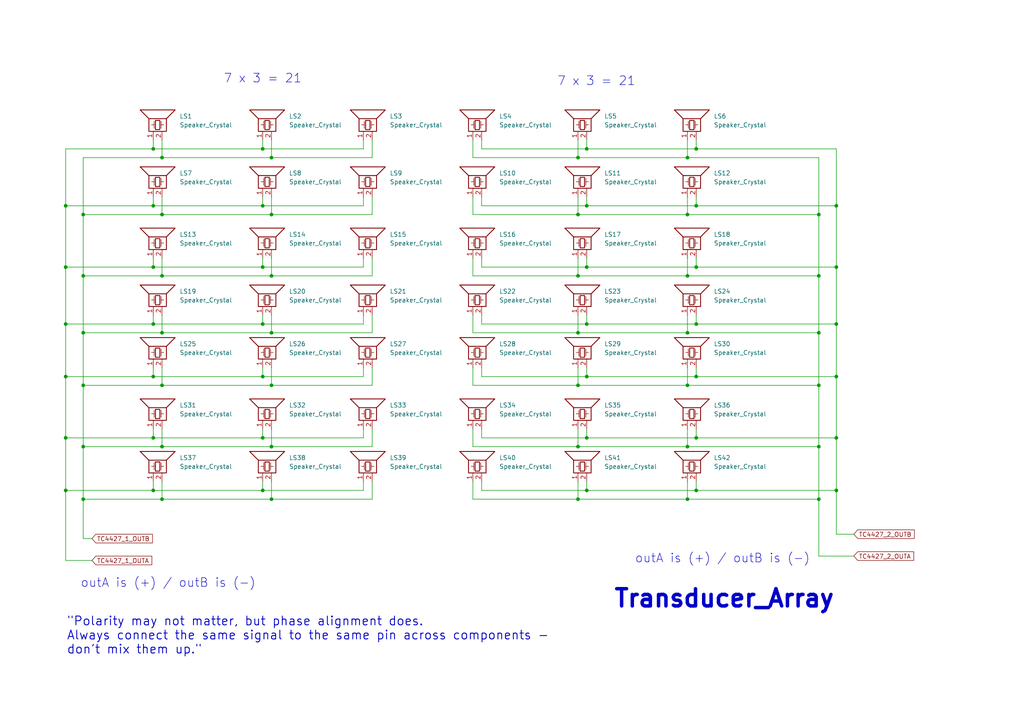
<source format=kicad_sch>
(kicad_sch (version 20250114) (generator "eeschema") (generator_version "9.0")
  (paper "A4")
  (title_block (title "transducer_array") (date "2025-07-09") (rev "2.0"))
  (lib_symbols
    (symbol "Device:Speaker_Crystal" (pin_names (offset 0) (hide yes))
      (property "Reference" "LS" (at 0.635 5.715 0))
      (property "Value" "Speaker_Crystal" (at 0.635 3.81 0))
      (symbol "Speaker_Crystal_0_0"
        (rectangle (start -2.54 1.27) (end 1.143 -3.81) (stroke (width 0.254)))
        (rectangle (start -2.032 -0.635) (end 0.635 -1.905) (stroke (width 0.254)))
        (polyline (pts (xy -1.651 -0.254) (xy 0.381 -0.254)))
        (polyline (pts (xy -1.651 -2.286) (xy 0.381 -2.286)))
        (polyline (pts (xy -0.635 -0.254) (xy -0.635 0.508)))
        (polyline (pts (xy -0.635 -2.286) (xy -0.635 -3.048)))
        (polyline (pts (xy 1.143 1.27) (xy 3.683 3.81) (xy 3.683 -6.35) (xy 1.143 -3.81)) (stroke (width 0.254)))
      )
      (symbol "Speaker_Crystal_1_1"
        (pin input line (at -5.08 0 0) (length 2.54) (name "1") (number "1"))
        (pin input line (at -5.08 -2.54 0) (length 2.54) (name "2") (number "2"))
      )
    )
  )
  (text "Transducer_Array" (at 210.058 173.736 0) (effects (font (size 5 5) (thickness 1) (bold yes))))
  (text "outA is (+) / outB is (-)\n" (at 48.768 169.164 0) (effects (font (size 2.54 2.54))))
  (text "7 x 3 = 21" (at 172.974 23.622 0) (effects (font (size 2.54 2.54))))
  (text "7 x 3 = 21" (at 76.2 22.86 0) (effects (font (size 2.54 2.54))))
  (text "\"Polarity may not matter, but phase alignment does. \nAlways connect the same signal to the same pin across components - \ndon't mix them up.\"" (at 19.304 184.404 0) (effects (font (size 2.54 2.54) (thickness 0.254) (bold yes)) (justify left)))
  (text "outA is (+) / outB is (-)\n" (at 209.55 162.052 0) (effects (font (size 2.54 2.54))))
  (junction (at 201.93 59.69))
  (junction (at 78.74 80.01))
  (junction (at 24.13 62.23))
  (junction (at 46.99 62.23))
  (junction (at 237.49 129.54))
  (junction (at 78.74 62.23))
  (junction (at 201.93 77.47))
  (junction (at 44.45 77.47))
  (junction (at 24.13 144.78))
  (junction (at 76.2 77.47))
  (junction (at 237.49 111.76))
  (junction (at 199.39 96.52))
  (junction (at 237.49 62.23))
  (junction (at 78.74 96.52))
  (junction (at 167.64 129.54))
  (junction (at 170.18 43.18))
  (junction (at 46.99 96.52))
  (junction (at 242.57 109.22))
  (junction (at 24.13 111.76))
  (junction (at 46.99 129.54))
  (junction (at 19.05 59.69))
  (junction (at 24.13 80.01))
  (junction (at 199.39 80.01))
  (junction (at 44.45 93.98))
  (junction (at 199.39 144.78))
  (junction (at 242.57 142.24))
  (junction (at 24.13 129.54))
  (junction (at 167.64 111.76))
  (junction (at 24.13 96.52))
  (junction (at 199.39 129.54))
  (junction (at 78.74 45.72))
  (junction (at 78.74 144.78))
  (junction (at 44.45 43.18))
  (junction (at 167.64 96.52))
  (junction (at 19.05 127))
  (junction (at 170.18 127))
  (junction (at 19.05 142.24))
  (junction (at 167.64 45.72))
  (junction (at 242.57 93.98))
  (junction (at 170.18 59.69))
  (junction (at 199.39 111.76))
  (junction (at 19.05 93.98))
  (junction (at 242.57 77.47))
  (junction (at 201.93 142.24))
  (junction (at 46.99 144.78))
  (junction (at 76.2 93.98))
  (junction (at 46.99 80.01))
  (junction (at 167.64 62.23))
  (junction (at 44.45 59.69))
  (junction (at 170.18 77.47))
  (junction (at 78.74 111.76))
  (junction (at 167.64 80.01))
  (junction (at 19.05 77.47))
  (junction (at 199.39 45.72))
  (junction (at 201.93 127))
  (junction (at 76.2 142.24))
  (junction (at 170.18 93.98))
  (junction (at 46.99 111.76))
  (junction (at 76.2 109.22))
  (junction (at 170.18 109.22))
  (junction (at 76.2 127))
  (junction (at 46.99 45.72))
  (junction (at 201.93 43.18))
  (junction (at 167.64 144.78))
  (junction (at 237.49 80.01))
  (junction (at 242.57 127))
  (junction (at 78.74 129.54))
  (junction (at 237.49 144.78))
  (junction (at 44.45 127))
  (junction (at 170.18 142.24))
  (junction (at 242.57 59.69))
  (junction (at 201.93 109.22))
  (junction (at 44.45 109.22))
  (junction (at 199.39 62.23))
  (junction (at 76.2 59.69))
  (junction (at 76.2 43.18))
  (junction (at 44.45 142.24))
  (junction (at 237.49 96.52))
  (junction (at 201.93 93.98))
  (junction (at 19.05 109.22))
  (wire (pts (xy 44.45 91.44) (xy 44.45 93.98)))
  (wire (pts (xy 105.41 57.15) (xy 105.41 59.69)))
  (wire (pts (xy 24.13 80.01) (xy 24.13 96.52)))
  (wire (pts (xy 137.16 111.76) (xy 167.64 111.76)))
  (wire (pts (xy 19.05 43.18) (xy 19.05 59.69)))
  (wire (pts (xy 167.64 106.68) (xy 167.64 111.76)))
  (wire (pts (xy 237.49 45.72) (xy 237.49 62.23)))
  (wire (pts (xy 242.57 154.94) (xy 247.65 154.94)))
  (wire (pts (xy 170.18 127) (xy 201.93 127)))
  (wire (pts (xy 19.05 142.24) (xy 19.05 162.56)))
  (wire (pts (xy 201.93 74.93) (xy 201.93 77.47)))
  (wire (pts (xy 107.95 91.44) (xy 107.95 96.52)))
  (wire (pts (xy 24.13 111.76) (xy 46.99 111.76)))
  (wire (pts (xy 107.95 40.64) (xy 107.95 45.72)))
  (wire (pts (xy 76.2 127) (xy 105.41 127)))
  (wire (pts (xy 19.05 127) (xy 44.45 127)))
  (wire (pts (xy 167.64 124.46) (xy 167.64 129.54)))
  (wire (pts (xy 44.45 142.24) (xy 76.2 142.24)))
  (wire (pts (xy 46.99 144.78) (xy 78.74 144.78)))
  (wire (pts (xy 139.7 139.7) (xy 139.7 142.24)))
  (wire (pts (xy 242.57 59.69) (xy 242.57 77.47)))
  (wire (pts (xy 139.7 77.47) (xy 170.18 77.47)))
  (wire (pts (xy 199.39 96.52) (xy 237.49 96.52)))
  (wire (pts (xy 167.64 45.72) (xy 199.39 45.72)))
  (wire (pts (xy 76.2 124.46) (xy 76.2 127)))
  (wire (pts (xy 199.39 106.68) (xy 199.39 111.76)))
  (wire (pts (xy 46.99 91.44) (xy 46.99 96.52)))
  (wire (pts (xy 76.2 57.15) (xy 76.2 59.69)))
  (wire (pts (xy 137.16 45.72) (xy 167.64 45.72)))
  (wire (pts (xy 46.99 96.52) (xy 78.74 96.52)))
  (wire (pts (xy 167.64 80.01) (xy 199.39 80.01)))
  (wire (pts (xy 46.99 74.93) (xy 46.99 80.01)))
  (wire (pts (xy 46.99 80.01) (xy 78.74 80.01)))
  (wire (pts (xy 201.93 43.18) (xy 242.57 43.18)))
  (wire (pts (xy 170.18 57.15) (xy 170.18 59.69)))
  (wire (pts (xy 76.2 40.64) (xy 76.2 43.18)))
  (wire (pts (xy 137.16 106.68) (xy 137.16 111.76)))
  (wire (pts (xy 139.7 40.64) (xy 139.7 43.18)))
  (wire (pts (xy 44.45 124.46) (xy 44.45 127)))
  (wire (pts (xy 105.41 74.93) (xy 105.41 77.47)))
  (wire (pts (xy 201.93 57.15) (xy 201.93 59.69)))
  (wire (pts (xy 78.74 111.76) (xy 107.95 111.76)))
  (wire (pts (xy 76.2 109.22) (xy 105.41 109.22)))
  (wire (pts (xy 46.99 57.15) (xy 46.99 62.23)))
  (wire (pts (xy 44.45 106.68) (xy 44.45 109.22)))
  (wire (pts (xy 44.45 77.47) (xy 76.2 77.47)))
  (wire (pts (xy 105.41 106.68) (xy 105.41 109.22)))
  (wire (pts (xy 237.49 80.01) (xy 237.49 96.52)))
  (wire (pts (xy 137.16 57.15) (xy 137.16 62.23)))
  (wire (pts (xy 46.99 45.72) (xy 78.74 45.72)))
  (wire (pts (xy 199.39 45.72) (xy 237.49 45.72)))
  (wire (pts (xy 46.99 129.54) (xy 78.74 129.54)))
  (wire (pts (xy 237.49 161.29) (xy 247.65 161.29)))
  (wire (pts (xy 170.18 124.46) (xy 170.18 127)))
  (wire (pts (xy 139.7 74.93) (xy 139.7 77.47)))
  (wire (pts (xy 78.74 74.93) (xy 78.74 80.01)))
  (wire (pts (xy 237.49 96.52) (xy 237.49 111.76)))
  (wire (pts (xy 107.95 124.46) (xy 107.95 129.54)))
  (wire (pts (xy 139.7 124.46) (xy 139.7 127)))
  (wire (pts (xy 237.49 111.76) (xy 237.49 129.54)))
  (wire (pts (xy 78.74 80.01) (xy 107.95 80.01)))
  (wire (pts (xy 139.7 109.22) (xy 170.18 109.22)))
  (wire (pts (xy 19.05 127) (xy 19.05 142.24)))
  (wire (pts (xy 199.39 40.64) (xy 199.39 45.72)))
  (wire (pts (xy 44.45 109.22) (xy 76.2 109.22)))
  (wire (pts (xy 170.18 142.24) (xy 201.93 142.24)))
  (wire (pts (xy 139.7 127) (xy 170.18 127)))
  (wire (pts (xy 137.16 91.44) (xy 137.16 96.52)))
  (wire (pts (xy 201.93 124.46) (xy 201.93 127)))
  (wire (pts (xy 167.64 91.44) (xy 167.64 96.52)))
  (wire (pts (xy 137.16 74.93) (xy 137.16 80.01)))
  (wire (pts (xy 78.74 106.68) (xy 78.74 111.76)))
  (wire (pts (xy 137.16 96.52) (xy 167.64 96.52)))
  (wire (pts (xy 201.93 127) (xy 242.57 127)))
  (wire (pts (xy 19.05 109.22) (xy 19.05 127)))
  (wire (pts (xy 44.45 59.69) (xy 76.2 59.69)))
  (wire (pts (xy 170.18 139.7) (xy 170.18 142.24)))
  (wire (pts (xy 167.64 57.15) (xy 167.64 62.23)))
  (wire (pts (xy 78.74 91.44) (xy 78.74 96.52)))
  (wire (pts (xy 107.95 57.15) (xy 107.95 62.23)))
  (wire (pts (xy 76.2 91.44) (xy 76.2 93.98)))
  (wire (pts (xy 76.2 106.68) (xy 76.2 109.22)))
  (wire (pts (xy 137.16 80.01) (xy 167.64 80.01)))
  (wire (pts (xy 19.05 77.47) (xy 44.45 77.47)))
  (wire (pts (xy 170.18 77.47) (xy 201.93 77.47)))
  (wire (pts (xy 139.7 91.44) (xy 139.7 93.98)))
  (wire (pts (xy 44.45 57.15) (xy 44.45 59.69)))
  (wire (pts (xy 170.18 106.68) (xy 170.18 109.22)))
  (wire (pts (xy 76.2 142.24) (xy 105.41 142.24)))
  (wire (pts (xy 44.45 40.64) (xy 44.45 43.18)))
  (wire (pts (xy 167.64 111.76) (xy 199.39 111.76)))
  (wire (pts (xy 107.95 106.68) (xy 107.95 111.76)))
  (wire (pts (xy 201.93 142.24) (xy 242.57 142.24)))
  (wire (pts (xy 26.67 156.21) (xy 24.13 156.21)))
  (wire (pts (xy 201.93 40.64) (xy 201.93 43.18)))
  (wire (pts (xy 46.99 62.23) (xy 78.74 62.23)))
  (wire (pts (xy 201.93 93.98) (xy 242.57 93.98)))
  (wire (pts (xy 201.93 59.69) (xy 242.57 59.69)))
  (wire (pts (xy 105.41 139.7) (xy 105.41 142.24)))
  (wire (pts (xy 46.99 111.76) (xy 78.74 111.76)))
  (wire (pts (xy 170.18 93.98) (xy 201.93 93.98)))
  (wire (pts (xy 76.2 139.7) (xy 76.2 142.24)))
  (wire (pts (xy 242.57 127) (xy 242.57 142.24)))
  (wire (pts (xy 78.74 45.72) (xy 107.95 45.72)))
  (wire (pts (xy 139.7 142.24) (xy 170.18 142.24)))
  (wire (pts (xy 44.45 139.7) (xy 44.45 142.24)))
  (wire (pts (xy 78.74 124.46) (xy 78.74 129.54)))
  (wire (pts (xy 201.93 91.44) (xy 201.93 93.98)))
  (wire (pts (xy 242.57 43.18) (xy 242.57 59.69)))
  (wire (pts (xy 26.67 162.56) (xy 19.05 162.56)))
  (wire (pts (xy 78.74 62.23) (xy 107.95 62.23)))
  (wire (pts (xy 105.41 40.64) (xy 105.41 43.18)))
  (wire (pts (xy 237.49 62.23) (xy 237.49 80.01)))
  (wire (pts (xy 199.39 62.23) (xy 237.49 62.23)))
  (wire (pts (xy 107.95 139.7) (xy 107.95 144.78)))
  (wire (pts (xy 78.74 139.7) (xy 78.74 144.78)))
  (wire (pts (xy 199.39 57.15) (xy 199.39 62.23)))
  (wire (pts (xy 167.64 40.64) (xy 167.64 45.72)))
  (wire (pts (xy 19.05 109.22) (xy 44.45 109.22)))
  (wire (pts (xy 167.64 62.23) (xy 199.39 62.23)))
  (wire (pts (xy 78.74 40.64) (xy 78.74 45.72)))
  (wire (pts (xy 78.74 129.54) (xy 107.95 129.54)))
  (wire (pts (xy 167.64 74.93) (xy 167.64 80.01)))
  (wire (pts (xy 199.39 80.01) (xy 237.49 80.01)))
  (wire (pts (xy 199.39 111.76) (xy 237.49 111.76)))
  (wire (pts (xy 137.16 40.64) (xy 137.16 45.72)))
  (wire (pts (xy 44.45 74.93) (xy 44.45 77.47)))
  (wire (pts (xy 137.16 144.78) (xy 167.64 144.78)))
  (wire (pts (xy 170.18 74.93) (xy 170.18 77.47)))
  (wire (pts (xy 201.93 109.22) (xy 242.57 109.22)))
  (wire (pts (xy 105.41 124.46) (xy 105.41 127)))
  (wire (pts (xy 44.45 43.18) (xy 76.2 43.18)))
  (wire (pts (xy 170.18 43.18) (xy 201.93 43.18)))
  (wire (pts (xy 19.05 59.69) (xy 19.05 77.47)))
  (wire (pts (xy 24.13 80.01) (xy 46.99 80.01)))
  (wire (pts (xy 19.05 77.47) (xy 19.05 93.98)))
  (wire (pts (xy 19.05 93.98) (xy 19.05 109.22)))
  (wire (pts (xy 170.18 40.64) (xy 170.18 43.18)))
  (wire (pts (xy 199.39 144.78) (xy 237.49 144.78)))
  (wire (pts (xy 199.39 74.93) (xy 199.39 80.01)))
  (wire (pts (xy 76.2 74.93) (xy 76.2 77.47)))
  (wire (pts (xy 139.7 43.18) (xy 170.18 43.18)))
  (wire (pts (xy 76.2 43.18) (xy 105.41 43.18)))
  (wire (pts (xy 78.74 144.78) (xy 107.95 144.78)))
  (wire (pts (xy 24.13 62.23) (xy 24.13 80.01)))
  (wire (pts (xy 137.16 62.23) (xy 167.64 62.23)))
  (wire (pts (xy 167.64 96.52) (xy 199.39 96.52)))
  (wire (pts (xy 78.74 57.15) (xy 78.74 62.23)))
  (wire (pts (xy 19.05 142.24) (xy 44.45 142.24)))
  (wire (pts (xy 201.93 77.47) (xy 242.57 77.47)))
  (wire (pts (xy 237.49 144.78) (xy 237.49 161.29)))
  (wire (pts (xy 201.93 106.68) (xy 201.93 109.22)))
  (wire (pts (xy 199.39 129.54) (xy 237.49 129.54)))
  (wire (pts (xy 139.7 57.15) (xy 139.7 59.69)))
  (wire (pts (xy 76.2 59.69) (xy 105.41 59.69)))
  (wire (pts (xy 76.2 93.98) (xy 105.41 93.98)))
  (wire (pts (xy 139.7 106.68) (xy 139.7 109.22)))
  (wire (pts (xy 78.74 96.52) (xy 107.95 96.52)))
  (wire (pts (xy 167.64 139.7) (xy 167.64 144.78)))
  (wire (pts (xy 170.18 91.44) (xy 170.18 93.98)))
  (wire (pts (xy 105.41 91.44) (xy 105.41 93.98)))
  (wire (pts (xy 242.57 142.24) (xy 242.57 154.94)))
  (wire (pts (xy 24.13 129.54) (xy 24.13 144.78)))
  (wire (pts (xy 199.39 139.7) (xy 199.39 144.78)))
  (wire (pts (xy 167.64 129.54) (xy 199.39 129.54)))
  (wire (pts (xy 44.45 93.98) (xy 76.2 93.98)))
  (wire (pts (xy 137.16 129.54) (xy 167.64 129.54)))
  (wire (pts (xy 19.05 43.18) (xy 44.45 43.18)))
  (wire (pts (xy 199.39 91.44) (xy 199.39 96.52)))
  (wire (pts (xy 76.2 77.47) (xy 105.41 77.47)))
  (wire (pts (xy 24.13 62.23) (xy 46.99 62.23)))
  (wire (pts (xy 24.13 96.52) (xy 46.99 96.52)))
  (wire (pts (xy 46.99 139.7) (xy 46.99 144.78)))
  (wire (pts (xy 46.99 124.46) (xy 46.99 129.54)))
  (wire (pts (xy 24.13 144.78) (xy 24.13 156.21)))
  (wire (pts (xy 199.39 124.46) (xy 199.39 129.54)))
  (wire (pts (xy 139.7 59.69) (xy 170.18 59.69)))
  (wire (pts (xy 46.99 40.64) (xy 46.99 45.72)))
  (wire (pts (xy 137.16 139.7) (xy 137.16 144.78)))
  (wire (pts (xy 170.18 59.69) (xy 201.93 59.69)))
  (wire (pts (xy 19.05 93.98) (xy 44.45 93.98)))
  (wire (pts (xy 139.7 93.98) (xy 170.18 93.98)))
  (wire (pts (xy 24.13 45.72) (xy 46.99 45.72)))
  (wire (pts (xy 44.45 127) (xy 76.2 127)))
  (wire (pts (xy 19.05 59.69) (xy 44.45 59.69)))
  (wire (pts (xy 24.13 96.52) (xy 24.13 111.76)))
  (wire (pts (xy 242.57 93.98) (xy 242.57 109.22)))
  (wire (pts (xy 24.13 111.76) (xy 24.13 129.54)))
  (wire (pts (xy 46.99 106.68) (xy 46.99 111.76)))
  (wire (pts (xy 242.57 109.22) (xy 242.57 127)))
  (wire (pts (xy 170.18 109.22) (xy 201.93 109.22)))
  (wire (pts (xy 201.93 139.7) (xy 201.93 142.24)))
  (wire (pts (xy 137.16 124.46) (xy 137.16 129.54)))
  (wire (pts (xy 237.49 129.54) (xy 237.49 144.78)))
  (wire (pts (xy 24.13 129.54) (xy 46.99 129.54)))
  (wire (pts (xy 242.57 77.47) (xy 242.57 93.98)))
  (wire (pts (xy 24.13 144.78) (xy 46.99 144.78)))
  (wire (pts (xy 24.13 45.72) (xy 24.13 62.23)))
  (wire (pts (xy 107.95 74.93) (xy 107.95 80.01)))
  (wire (pts (xy 167.64 144.78) (xy 199.39 144.78)))
  (global_label "TC4427_2_OUTA" (shape input) (at 247.65 161.29 0) (property "Intersheetrefs" "${INTERSHEET_REFS}" (effects (hide yes))))
  (global_label "TC4427_1_OUTB" (shape input) (at 26.67 156.21 0) (property "Intersheetrefs" "${INTERSHEET_REFS}" (effects (hide yes))))
  (global_label "TC4427_1_OUTA" (shape input) (at 26.67 162.56 0) (property "Intersheetrefs" "${INTERSHEET_REFS}" (effects (hide yes))))
  (global_label "TC4427_2_OUTB" (shape input) (at 247.65 154.94 0) (property "Intersheetrefs" "${INTERSHEET_REFS}" (effects (hide yes))))
  (symbol (lib_id "Device:Speaker_Crystal") (at 137.16 52.07 90) (unit 1)
    (property "Reference" "LS10" (at 144.78 50.2284 90) (effects (justify right)))
    (property "Value" "Speaker_Crystal" (at 144.78 52.7684 90) (effects (justify right)))
    (property "Description" "Crystal speaker/transducer" (effects (hide yes)))
  )
  (symbol (lib_id "Device:Speaker_Crystal") (at 44.45 134.62 90) (unit 1)
    (property "Reference" "LS37" (at 52.07 132.7784 90) (effects (justify right)))
    (property "Value" "Speaker_Crystal" (at 52.07 135.3184 90) (effects (justify right)))
    (property "Description" "Crystal speaker/transducer" (effects (hide yes)))
  )
  (symbol (lib_id "Device:Speaker_Crystal") (at 199.39 86.36 90) (unit 1)
    (property "Reference" "LS24" (at 207.01 84.5184 90) (effects (justify right)))
    (property "Value" "Speaker_Crystal" (at 207.01 87.0584 90) (effects (justify right)))
    (property "Description" "Crystal speaker/transducer" (effects (hide yes)))
  )
  (symbol (lib_id "Device:Speaker_Crystal") (at 199.39 134.62 90) (unit 1)
    (property "Reference" "LS42" (at 207.01 132.7784 90) (effects (justify right)))
    (property "Value" "Speaker_Crystal" (at 207.01 135.3184 90) (effects (justify right)))
    (property "Description" "Crystal speaker/transducer" (effects (hide yes)))
  )
  (symbol (lib_id "Device:Speaker_Crystal") (at 199.39 52.07 90) (unit 1)
    (property "Reference" "LS12" (at 207.01 50.2284 90) (effects (justify right)))
    (property "Value" "Speaker_Crystal" (at 207.01 52.7684 90) (effects (justify right)))
    (property "Description" "Crystal speaker/transducer" (effects (hide yes)))
  )
  (symbol (lib_id "Device:Speaker_Crystal") (at 167.64 35.56 90) (unit 1)
    (property "Reference" "LS5" (at 175.26 33.7184 90) (effects (justify right)))
    (property "Value" "Speaker_Crystal" (at 175.26 36.2584 90) (effects (justify right)))
    (property "Description" "Crystal speaker/transducer" (effects (hide yes)))
  )
  (symbol (lib_id "Device:Speaker_Crystal") (at 44.45 101.6 90) (unit 1)
    (property "Reference" "LS25" (at 52.07 99.7584 90) (effects (justify right)))
    (property "Value" "Speaker_Crystal" (at 52.07 102.2984 90) (effects (justify right)))
    (property "Description" "Crystal speaker/transducer" (effects (hide yes)))
  )
  (symbol (lib_id "Device:Speaker_Crystal") (at 137.16 134.62 90) (unit 1)
    (property "Reference" "LS40" (at 144.78 132.7784 90) (effects (justify right)))
    (property "Value" "Speaker_Crystal" (at 144.78 135.3184 90) (effects (justify right)))
    (property "Description" "Crystal speaker/transducer" (effects (hide yes)))
  )
  (symbol (lib_id "Device:Speaker_Crystal") (at 137.16 119.38 90) (unit 1)
    (property "Reference" "LS34" (at 144.78 117.5384 90) (effects (justify right)))
    (property "Value" "Speaker_Crystal" (at 144.78 120.0784 90) (effects (justify right)))
    (property "Description" "Crystal speaker/transducer" (effects (hide yes)))
  )
  (symbol (lib_id "Device:Speaker_Crystal") (at 44.45 86.36 90) (unit 1)
    (property "Reference" "LS19" (at 52.07 84.5184 90) (effects (justify right)))
    (property "Value" "Speaker_Crystal" (at 52.07 87.0584 90) (effects (justify right)))
    (property "Description" "Crystal speaker/transducer" (effects (hide yes)))
  )
  (symbol (lib_id "Device:Speaker_Crystal") (at 44.45 35.56 90) (unit 1)
    (property "Reference" "LS1" (at 52.07 33.7184 90) (effects (justify right)))
    (property "Value" "Speaker_Crystal" (at 52.07 36.2584 90) (effects (justify right)))
    (property "Description" "Crystal speaker/transducer" (effects (hide yes)))
  )
  (symbol (lib_id "Device:Speaker_Crystal") (at 76.2 101.6 90) (unit 1)
    (property "Reference" "LS26" (at 83.82 99.7584 90) (effects (justify right)))
    (property "Value" "Speaker_Crystal" (at 83.82 102.2984 90) (effects (justify right)))
    (property "Description" "Crystal speaker/transducer" (effects (hide yes)))
  )
  (symbol (lib_id "Device:Speaker_Crystal") (at 167.64 119.38 90) (unit 1)
    (property "Reference" "LS35" (at 175.26 117.5384 90) (effects (justify right)))
    (property "Value" "Speaker_Crystal" (at 175.26 120.0784 90) (effects (justify right)))
    (property "Description" "Crystal speaker/transducer" (effects (hide yes)))
  )
  (symbol (lib_id "Device:Speaker_Crystal") (at 199.39 101.6 90) (unit 1)
    (property "Reference" "LS30" (at 207.01 99.7584 90) (effects (justify right)))
    (property "Value" "Speaker_Crystal" (at 207.01 102.2984 90) (effects (justify right)))
    (property "Description" "Crystal speaker/transducer" (effects (hide yes)))
  )
  (symbol (lib_id "Device:Speaker_Crystal") (at 44.45 52.07 90) (unit 1)
    (property "Reference" "LS7" (at 52.07 50.2284 90) (effects (justify right)))
    (property "Value" "Speaker_Crystal" (at 52.07 52.7684 90) (effects (justify right)))
    (property "Description" "Crystal speaker/transducer" (effects (hide yes)))
  )
  (symbol (lib_id "Device:Speaker_Crystal") (at 105.41 35.56 90) (unit 1)
    (property "Reference" "LS3" (at 113.03 33.7184 90) (effects (justify right)))
    (property "Value" "Speaker_Crystal" (at 113.03 36.2584 90) (effects (justify right)))
    (property "Description" "Crystal speaker/transducer" (effects (hide yes)))
  )
  (symbol (lib_id "Device:Speaker_Crystal") (at 76.2 86.36 90) (unit 1)
    (property "Reference" "LS20" (at 83.82 84.5184 90) (effects (justify right)))
    (property "Value" "Speaker_Crystal" (at 83.82 87.0584 90) (effects (justify right)))
    (property "Description" "Crystal speaker/transducer" (effects (hide yes)))
  )
  (symbol (lib_id "Device:Speaker_Crystal") (at 167.64 101.6 90) (unit 1)
    (property "Reference" "LS29" (at 175.26 99.7584 90) (effects (justify right)))
    (property "Value" "Speaker_Crystal" (at 175.26 102.2984 90) (effects (justify right)))
    (property "Description" "Crystal speaker/transducer" (effects (hide yes)))
  )
  (symbol (lib_id "Device:Speaker_Crystal") (at 167.64 69.85 90) (unit 1)
    (property "Reference" "LS17" (at 175.26 68.0084 90) (effects (justify right)))
    (property "Value" "Speaker_Crystal" (at 175.26 70.5484 90) (effects (justify right)))
    (property "Description" "Crystal speaker/transducer" (effects (hide yes)))
  )
  (symbol (lib_id "Device:Speaker_Crystal") (at 76.2 69.85 90) (unit 1)
    (property "Reference" "LS14" (at 83.82 68.0084 90) (effects (justify right)))
    (property "Value" "Speaker_Crystal" (at 83.82 70.5484 90) (effects (justify right)))
    (property "Description" "Crystal speaker/transducer" (effects (hide yes)))
  )
  (symbol (lib_id "Device:Speaker_Crystal") (at 76.2 134.62 90) (unit 1)
    (property "Reference" "LS38" (at 83.82 132.7784 90) (effects (justify right)))
    (property "Value" "Speaker_Crystal" (at 83.82 135.3184 90) (effects (justify right)))
    (property "Description" "Crystal speaker/transducer" (effects (hide yes)))
  )
  (symbol (lib_id "Device:Speaker_Crystal") (at 199.39 69.85 90) (unit 1)
    (property "Reference" "LS18" (at 207.01 68.0084 90) (effects (justify right)))
    (property "Value" "Speaker_Crystal" (at 207.01 70.5484 90) (effects (justify right)))
    (property "Description" "Crystal speaker/transducer" (effects (hide yes)))
  )
  (symbol (lib_id "Device:Speaker_Crystal") (at 105.41 134.62 90) (unit 1)
    (property "Reference" "LS39" (at 113.03 132.7784 90) (effects (justify right)))
    (property "Value" "Speaker_Crystal" (at 113.03 135.3184 90) (effects (justify right)))
    (property "Description" "Crystal speaker/transducer" (effects (hide yes)))
  )
  (symbol (lib_id "Device:Speaker_Crystal") (at 167.64 134.62 90) (unit 1)
    (property "Reference" "LS41" (at 175.26 132.7784 90) (effects (justify right)))
    (property "Value" "Speaker_Crystal" (at 175.26 135.3184 90) (effects (justify right)))
    (property "Description" "Crystal speaker/transducer" (effects (hide yes)))
  )
  (symbol (lib_id "Device:Speaker_Crystal") (at 76.2 35.56 90) (unit 1)
    (property "Reference" "LS2" (at 83.82 33.7184 90) (effects (justify right)))
    (property "Value" "Speaker_Crystal" (at 83.82 36.2584 90) (effects (justify right)))
    (property "Description" "Crystal speaker/transducer" (effects (hide yes)))
  )
  (symbol (lib_id "Device:Speaker_Crystal") (at 105.41 52.07 90) (unit 1)
    (property "Reference" "LS9" (at 113.03 50.2284 90) (effects (justify right)))
    (property "Value" "Speaker_Crystal" (at 113.03 52.7684 90) (effects (justify right)))
    (property "Description" "Crystal speaker/transducer" (effects (hide yes)))
  )
  (symbol (lib_id "Device:Speaker_Crystal") (at 137.16 35.56 90) (unit 1)
    (property "Reference" "LS4" (at 144.78 33.7184 90) (effects (justify right)))
    (property "Value" "Speaker_Crystal" (at 144.78 36.2584 90) (effects (justify right)))
    (property "Description" "Crystal speaker/transducer" (effects (hide yes)))
  )
  (symbol (lib_id "Device:Speaker_Crystal") (at 105.41 69.85 90) (unit 1)
    (property "Reference" "LS15" (at 113.03 68.0084 90) (effects (justify right)))
    (property "Value" "Speaker_Crystal" (at 113.03 70.5484 90) (effects (justify right)))
    (property "Description" "Crystal speaker/transducer" (effects (hide yes)))
  )
  (symbol (lib_id "Device:Speaker_Crystal") (at 105.41 86.36 90) (unit 1)
    (property "Reference" "LS21" (at 113.03 84.5184 90) (effects (justify right)))
    (property "Value" "Speaker_Crystal" (at 113.03 87.0584 90) (effects (justify right)))
    (property "Description" "Crystal speaker/transducer" (effects (hide yes)))
  )
  (symbol (lib_id "Device:Speaker_Crystal") (at 44.45 119.38 90) (unit 1)
    (property "Reference" "LS31" (at 52.07 117.5384 90) (effects (justify right)))
    (property "Value" "Speaker_Crystal" (at 52.07 120.0784 90) (effects (justify right)))
    (property "Description" "Crystal speaker/transducer" (effects (hide yes)))
  )
  (symbol (lib_id "Device:Speaker_Crystal") (at 199.39 35.56 90) (unit 1)
    (property "Reference" "LS6" (at 207.01 33.7184 90) (effects (justify right)))
    (property "Value" "Speaker_Crystal" (at 207.01 36.2584 90) (effects (justify right)))
    (property "Description" "Crystal speaker/transducer" (effects (hide yes)))
  )
  (symbol (lib_id "Device:Speaker_Crystal") (at 137.16 69.85 90) (unit 1)
    (property "Reference" "LS16" (at 144.78 68.0084 90) (effects (justify right)))
    (property "Value" "Speaker_Crystal" (at 144.78 70.5484 90) (effects (justify right)))
    (property "Description" "Crystal speaker/transducer" (effects (hide yes)))
  )
  (symbol (lib_id "Device:Speaker_Crystal") (at 167.64 52.07 90) (unit 1)
    (property "Reference" "LS11" (at 175.26 50.2284 90) (effects (justify right)))
    (property "Value" "Speaker_Crystal" (at 175.26 52.7684 90) (effects (justify right)))
    (property "Description" "Crystal speaker/transducer" (effects (hide yes)))
  )
  (symbol (lib_id "Device:Speaker_Crystal") (at 167.64 86.36 90) (unit 1)
    (property "Reference" "LS23" (at 175.26 84.5184 90) (effects (justify right)))
    (property "Value" "Speaker_Crystal" (at 175.26 87.0584 90) (effects (justify right)))
    (property "Description" "Crystal speaker/transducer" (effects (hide yes)))
  )
  (symbol (lib_id "Device:Speaker_Crystal") (at 137.16 101.6 90) (unit 1)
    (property "Reference" "LS28" (at 144.78 99.7584 90) (effects (justify right)))
    (property "Value" "Speaker_Crystal" (at 144.78 102.2984 90) (effects (justify right)))
    (property "Description" "Crystal speaker/transducer" (effects (hide yes)))
  )
  (symbol (lib_id "Device:Speaker_Crystal") (at 105.41 101.6 90) (unit 1)
    (property "Reference" "LS27" (at 113.03 99.7584 90) (effects (justify right)))
    (property "Value" "Speaker_Crystal" (at 113.03 102.2984 90) (effects (justify right)))
    (property "Description" "Crystal speaker/transducer" (effects (hide yes)))
  )
  (symbol (lib_id "Device:Speaker_Crystal") (at 199.39 119.38 90) (unit 1)
    (property "Reference" "LS36" (at 207.01 117.5384 90) (effects (justify right)))
    (property "Value" "Speaker_Crystal" (at 207.01 120.0784 90) (effects (justify right)))
    (property "Description" "Crystal speaker/transducer" (effects (hide yes)))
  )
  (symbol (lib_id "Device:Speaker_Crystal") (at 105.41 119.38 90) (unit 1)
    (property "Reference" "LS33" (at 113.03 117.5384 90) (effects (justify right)))
    (property "Value" "Speaker_Crystal" (at 113.03 120.0784 90) (effects (justify right)))
    (property "Description" "Crystal speaker/transducer" (effects (hide yes)))
  )
  (symbol (lib_id "Device:Speaker_Crystal") (at 44.45 69.85 90) (unit 1)
    (property "Reference" "LS13" (at 52.07 68.0084 90) (effects (justify right)))
    (property "Value" "Speaker_Crystal" (at 52.07 70.5484 90) (effects (justify right)))
    (property "Description" "Crystal speaker/transducer" (effects (hide yes)))
  )
  (symbol (lib_id "Device:Speaker_Crystal") (at 137.16 86.36 90) (unit 1)
    (property "Reference" "LS22" (at 144.78 84.5184 90) (effects (justify right)))
    (property "Value" "Speaker_Crystal" (at 144.78 87.0584 90) (effects (justify right)))
    (property "Description" "Crystal speaker/transducer" (effects (hide yes)))
  )
  (symbol (lib_id "Device:Speaker_Crystal") (at 76.2 119.38 90) (unit 1)
    (property "Reference" "LS32" (at 83.82 117.5384 90) (effects (justify right)))
    (property "Value" "Speaker_Crystal" (at 83.82 120.0784 90) (effects (justify right)))
    (property "Description" "Crystal speaker/transducer" (effects (hide yes)))
  )
  (symbol (lib_id "Device:Speaker_Crystal") (at 76.2 52.07 90) (unit 1)
    (property "Reference" "LS8" (at 83.82 50.2284 90) (effects (justify right)))
    (property "Value" "Speaker_Crystal" (at 83.82 52.7684 90) (effects (justify right)))
    (property "Description" "Crystal speaker/transducer" (effects (hide yes)))
  )
)
</source>
